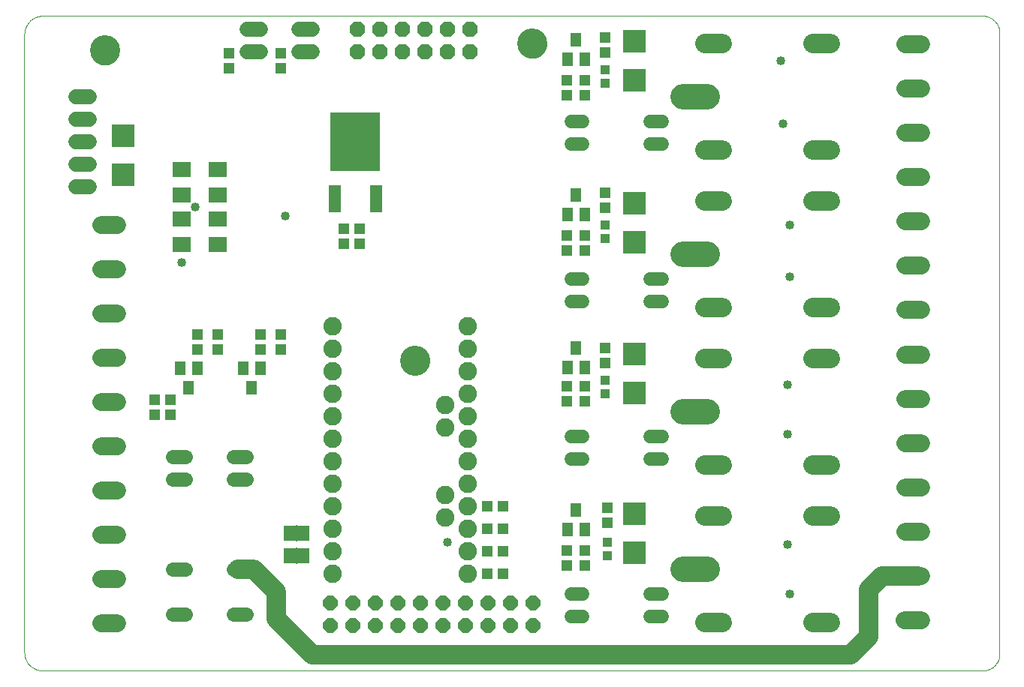
<source format=gts>
G75*
%MOIN*%
%OFA0B0*%
%FSLAX25Y25*%
%IPPOS*%
%LPD*%
%AMOC8*
5,1,8,0,0,1.08239X$1,22.5*
%
%ADD10C,0.08600*%
%ADD11C,0.00000*%
%ADD12C,0.13398*%
%ADD13C,0.08200*%
%ADD14R,0.04737X0.05131*%
%ADD15C,0.11450*%
%ADD16R,0.05131X0.04737*%
%ADD17R,0.04737X0.06312*%
%ADD18R,0.22454X0.26391*%
%ADD19R,0.05721X0.12020*%
%ADD20C,0.06800*%
%ADD21C,0.07850*%
%ADD22C,0.06343*%
%ADD23C,0.06000*%
%ADD24R,0.10249X0.10249*%
%ADD25R,0.03950X0.03950*%
%ADD26R,0.05400X0.07100*%
%ADD27R,0.00600X0.07200*%
%ADD28OC8,0.06800*%
%ADD29OC8,0.06400*%
%ADD30R,0.07898X0.07099*%
%ADD31C,0.03981*%
D10*
X0096248Y0046500D02*
X0103248Y0046500D01*
X0113248Y0036500D01*
X0113248Y0024500D01*
X0129248Y0008500D01*
X0336248Y0008500D01*
X0337248Y0008500D02*
X0368248Y0008500D01*
X0376248Y0016500D01*
X0376248Y0037500D01*
X0382248Y0043500D01*
X0398248Y0043500D01*
X0359148Y0022900D02*
X0351348Y0022900D01*
X0311148Y0022900D02*
X0303348Y0022900D01*
X0303348Y0070100D02*
X0311148Y0070100D01*
X0311148Y0092900D02*
X0303348Y0092900D01*
X0351348Y0092900D02*
X0359148Y0092900D01*
X0359148Y0070100D02*
X0351348Y0070100D01*
X0351348Y0140100D02*
X0359148Y0140100D01*
X0359148Y0162900D02*
X0351348Y0162900D01*
X0311148Y0162900D02*
X0303348Y0162900D01*
X0303348Y0140100D02*
X0311148Y0140100D01*
X0311148Y0210100D02*
X0303348Y0210100D01*
X0303348Y0232900D02*
X0311148Y0232900D01*
X0351348Y0232900D02*
X0359148Y0232900D01*
X0359148Y0210100D02*
X0351348Y0210100D01*
X0351348Y0280100D02*
X0359148Y0280100D01*
X0311148Y0280100D02*
X0303348Y0280100D01*
D11*
X0426697Y0001500D02*
X0009374Y0001500D01*
X0009178Y0001502D01*
X0008981Y0001509D01*
X0008785Y0001521D01*
X0008590Y0001538D01*
X0008395Y0001559D01*
X0008200Y0001585D01*
X0008006Y0001616D01*
X0007813Y0001651D01*
X0007621Y0001691D01*
X0007429Y0001736D01*
X0007239Y0001785D01*
X0007050Y0001839D01*
X0006863Y0001898D01*
X0006677Y0001961D01*
X0006492Y0002028D01*
X0006310Y0002100D01*
X0006129Y0002176D01*
X0005950Y0002257D01*
X0005773Y0002342D01*
X0005598Y0002431D01*
X0005425Y0002524D01*
X0005254Y0002622D01*
X0005086Y0002723D01*
X0004921Y0002829D01*
X0004758Y0002938D01*
X0004598Y0003052D01*
X0004440Y0003169D01*
X0004286Y0003290D01*
X0004134Y0003415D01*
X0003985Y0003544D01*
X0003840Y0003676D01*
X0003698Y0003811D01*
X0003559Y0003950D01*
X0003424Y0004092D01*
X0003292Y0004237D01*
X0003163Y0004386D01*
X0003038Y0004538D01*
X0002917Y0004692D01*
X0002800Y0004850D01*
X0002686Y0005010D01*
X0002577Y0005173D01*
X0002471Y0005338D01*
X0002370Y0005506D01*
X0002272Y0005677D01*
X0002179Y0005850D01*
X0002090Y0006025D01*
X0002005Y0006202D01*
X0001924Y0006381D01*
X0001848Y0006562D01*
X0001776Y0006744D01*
X0001709Y0006929D01*
X0001646Y0007115D01*
X0001587Y0007302D01*
X0001533Y0007491D01*
X0001484Y0007681D01*
X0001439Y0007873D01*
X0001399Y0008065D01*
X0001364Y0008258D01*
X0001333Y0008452D01*
X0001307Y0008647D01*
X0001286Y0008842D01*
X0001269Y0009037D01*
X0001257Y0009233D01*
X0001250Y0009430D01*
X0001248Y0009626D01*
X0001248Y0284367D01*
X0001250Y0284567D01*
X0001258Y0284766D01*
X0001270Y0284965D01*
X0001287Y0285164D01*
X0001309Y0285363D01*
X0001336Y0285560D01*
X0001368Y0285757D01*
X0001404Y0285954D01*
X0001446Y0286149D01*
X0001492Y0286343D01*
X0001543Y0286536D01*
X0001598Y0286728D01*
X0001658Y0286918D01*
X0001723Y0287107D01*
X0001793Y0287294D01*
X0001867Y0287479D01*
X0001946Y0287663D01*
X0002029Y0287844D01*
X0002116Y0288024D01*
X0002208Y0288201D01*
X0002305Y0288376D01*
X0002405Y0288548D01*
X0002510Y0288718D01*
X0002619Y0288885D01*
X0002732Y0289050D01*
X0002849Y0289212D01*
X0002969Y0289371D01*
X0003094Y0289527D01*
X0003223Y0289679D01*
X0003355Y0289829D01*
X0003491Y0289975D01*
X0003630Y0290118D01*
X0003773Y0290257D01*
X0003919Y0290393D01*
X0004069Y0290525D01*
X0004221Y0290654D01*
X0004377Y0290779D01*
X0004536Y0290899D01*
X0004698Y0291016D01*
X0004863Y0291129D01*
X0005030Y0291238D01*
X0005200Y0291343D01*
X0005372Y0291443D01*
X0005547Y0291540D01*
X0005724Y0291632D01*
X0005904Y0291719D01*
X0006085Y0291802D01*
X0006269Y0291881D01*
X0006454Y0291955D01*
X0006641Y0292025D01*
X0006830Y0292090D01*
X0007020Y0292150D01*
X0007212Y0292205D01*
X0007405Y0292256D01*
X0007599Y0292302D01*
X0007794Y0292344D01*
X0007991Y0292380D01*
X0008188Y0292412D01*
X0008385Y0292439D01*
X0008584Y0292461D01*
X0008783Y0292478D01*
X0008982Y0292490D01*
X0009181Y0292498D01*
X0009381Y0292500D01*
X0426689Y0292500D01*
X0426872Y0292498D01*
X0427054Y0292491D01*
X0427237Y0292480D01*
X0427419Y0292465D01*
X0427600Y0292445D01*
X0427781Y0292421D01*
X0427962Y0292392D01*
X0428141Y0292359D01*
X0428320Y0292322D01*
X0428498Y0292280D01*
X0428675Y0292234D01*
X0428850Y0292184D01*
X0429025Y0292130D01*
X0429198Y0292071D01*
X0429369Y0292009D01*
X0429539Y0291942D01*
X0429708Y0291871D01*
X0429874Y0291796D01*
X0430039Y0291717D01*
X0430202Y0291634D01*
X0430363Y0291547D01*
X0430521Y0291457D01*
X0430677Y0291362D01*
X0430831Y0291264D01*
X0430983Y0291162D01*
X0431132Y0291056D01*
X0431279Y0290947D01*
X0431422Y0290835D01*
X0431563Y0290718D01*
X0431702Y0290599D01*
X0431837Y0290476D01*
X0431969Y0290350D01*
X0432098Y0290221D01*
X0432224Y0290089D01*
X0432347Y0289954D01*
X0432466Y0289815D01*
X0432583Y0289674D01*
X0432695Y0289531D01*
X0432804Y0289384D01*
X0432910Y0289235D01*
X0433012Y0289083D01*
X0433110Y0288929D01*
X0433205Y0288773D01*
X0433295Y0288615D01*
X0433382Y0288454D01*
X0433465Y0288291D01*
X0433544Y0288126D01*
X0433619Y0287960D01*
X0433690Y0287791D01*
X0433757Y0287621D01*
X0433819Y0287450D01*
X0433878Y0287277D01*
X0433932Y0287102D01*
X0433982Y0286927D01*
X0434028Y0286750D01*
X0434070Y0286572D01*
X0434107Y0286393D01*
X0434140Y0286214D01*
X0434169Y0286033D01*
X0434193Y0285852D01*
X0434213Y0285671D01*
X0434228Y0285489D01*
X0434239Y0285306D01*
X0434246Y0285124D01*
X0434248Y0284941D01*
X0434248Y0009051D01*
X0434246Y0008869D01*
X0434239Y0008686D01*
X0434228Y0008504D01*
X0434213Y0008322D01*
X0434193Y0008141D01*
X0434169Y0007960D01*
X0434140Y0007780D01*
X0434107Y0007600D01*
X0434070Y0007422D01*
X0434029Y0007244D01*
X0433983Y0007067D01*
X0433933Y0006892D01*
X0433878Y0006718D01*
X0433820Y0006545D01*
X0433757Y0006373D01*
X0433691Y0006204D01*
X0433620Y0006035D01*
X0433545Y0005869D01*
X0433466Y0005704D01*
X0433383Y0005542D01*
X0433296Y0005381D01*
X0433206Y0005223D01*
X0433111Y0005067D01*
X0433013Y0004913D01*
X0432911Y0004762D01*
X0432806Y0004613D01*
X0432697Y0004466D01*
X0432584Y0004323D01*
X0432468Y0004182D01*
X0432349Y0004044D01*
X0432226Y0003909D01*
X0432100Y0003777D01*
X0431971Y0003648D01*
X0431839Y0003522D01*
X0431704Y0003399D01*
X0431566Y0003280D01*
X0431425Y0003164D01*
X0431282Y0003051D01*
X0431135Y0002942D01*
X0430986Y0002837D01*
X0430835Y0002735D01*
X0430681Y0002637D01*
X0430525Y0002542D01*
X0430367Y0002452D01*
X0430206Y0002365D01*
X0430044Y0002282D01*
X0429879Y0002203D01*
X0429713Y0002128D01*
X0429544Y0002057D01*
X0429375Y0001991D01*
X0429203Y0001928D01*
X0429030Y0001870D01*
X0428856Y0001815D01*
X0428681Y0001765D01*
X0428504Y0001719D01*
X0428326Y0001678D01*
X0428148Y0001641D01*
X0427968Y0001608D01*
X0427788Y0001579D01*
X0427607Y0001555D01*
X0427426Y0001535D01*
X0427244Y0001520D01*
X0427062Y0001509D01*
X0426879Y0001502D01*
X0426697Y0001500D01*
X0168429Y0139295D02*
X0168431Y0139453D01*
X0168437Y0139611D01*
X0168447Y0139769D01*
X0168461Y0139927D01*
X0168479Y0140084D01*
X0168500Y0140241D01*
X0168526Y0140397D01*
X0168556Y0140553D01*
X0168589Y0140708D01*
X0168627Y0140861D01*
X0168668Y0141014D01*
X0168713Y0141166D01*
X0168762Y0141317D01*
X0168815Y0141466D01*
X0168871Y0141614D01*
X0168931Y0141760D01*
X0168995Y0141905D01*
X0169063Y0142048D01*
X0169134Y0142190D01*
X0169208Y0142330D01*
X0169286Y0142467D01*
X0169368Y0142603D01*
X0169452Y0142737D01*
X0169541Y0142868D01*
X0169632Y0142997D01*
X0169727Y0143124D01*
X0169824Y0143249D01*
X0169925Y0143371D01*
X0170029Y0143490D01*
X0170136Y0143607D01*
X0170246Y0143721D01*
X0170359Y0143832D01*
X0170474Y0143941D01*
X0170592Y0144046D01*
X0170713Y0144148D01*
X0170836Y0144248D01*
X0170962Y0144344D01*
X0171090Y0144437D01*
X0171220Y0144527D01*
X0171353Y0144613D01*
X0171488Y0144697D01*
X0171624Y0144776D01*
X0171763Y0144853D01*
X0171904Y0144925D01*
X0172046Y0144995D01*
X0172190Y0145060D01*
X0172336Y0145122D01*
X0172483Y0145180D01*
X0172632Y0145235D01*
X0172782Y0145286D01*
X0172933Y0145333D01*
X0173085Y0145376D01*
X0173238Y0145415D01*
X0173393Y0145451D01*
X0173548Y0145482D01*
X0173704Y0145510D01*
X0173860Y0145534D01*
X0174017Y0145554D01*
X0174175Y0145570D01*
X0174332Y0145582D01*
X0174491Y0145590D01*
X0174649Y0145594D01*
X0174807Y0145594D01*
X0174965Y0145590D01*
X0175124Y0145582D01*
X0175281Y0145570D01*
X0175439Y0145554D01*
X0175596Y0145534D01*
X0175752Y0145510D01*
X0175908Y0145482D01*
X0176063Y0145451D01*
X0176218Y0145415D01*
X0176371Y0145376D01*
X0176523Y0145333D01*
X0176674Y0145286D01*
X0176824Y0145235D01*
X0176973Y0145180D01*
X0177120Y0145122D01*
X0177266Y0145060D01*
X0177410Y0144995D01*
X0177552Y0144925D01*
X0177693Y0144853D01*
X0177832Y0144776D01*
X0177968Y0144697D01*
X0178103Y0144613D01*
X0178236Y0144527D01*
X0178366Y0144437D01*
X0178494Y0144344D01*
X0178620Y0144248D01*
X0178743Y0144148D01*
X0178864Y0144046D01*
X0178982Y0143941D01*
X0179097Y0143832D01*
X0179210Y0143721D01*
X0179320Y0143607D01*
X0179427Y0143490D01*
X0179531Y0143371D01*
X0179632Y0143249D01*
X0179729Y0143124D01*
X0179824Y0142997D01*
X0179915Y0142868D01*
X0180004Y0142737D01*
X0180088Y0142603D01*
X0180170Y0142467D01*
X0180248Y0142330D01*
X0180322Y0142190D01*
X0180393Y0142048D01*
X0180461Y0141905D01*
X0180525Y0141760D01*
X0180585Y0141614D01*
X0180641Y0141466D01*
X0180694Y0141317D01*
X0180743Y0141166D01*
X0180788Y0141014D01*
X0180829Y0140861D01*
X0180867Y0140708D01*
X0180900Y0140553D01*
X0180930Y0140397D01*
X0180956Y0140241D01*
X0180977Y0140084D01*
X0180995Y0139927D01*
X0181009Y0139769D01*
X0181019Y0139611D01*
X0181025Y0139453D01*
X0181027Y0139295D01*
X0181025Y0139137D01*
X0181019Y0138979D01*
X0181009Y0138821D01*
X0180995Y0138663D01*
X0180977Y0138506D01*
X0180956Y0138349D01*
X0180930Y0138193D01*
X0180900Y0138037D01*
X0180867Y0137882D01*
X0180829Y0137729D01*
X0180788Y0137576D01*
X0180743Y0137424D01*
X0180694Y0137273D01*
X0180641Y0137124D01*
X0180585Y0136976D01*
X0180525Y0136830D01*
X0180461Y0136685D01*
X0180393Y0136542D01*
X0180322Y0136400D01*
X0180248Y0136260D01*
X0180170Y0136123D01*
X0180088Y0135987D01*
X0180004Y0135853D01*
X0179915Y0135722D01*
X0179824Y0135593D01*
X0179729Y0135466D01*
X0179632Y0135341D01*
X0179531Y0135219D01*
X0179427Y0135100D01*
X0179320Y0134983D01*
X0179210Y0134869D01*
X0179097Y0134758D01*
X0178982Y0134649D01*
X0178864Y0134544D01*
X0178743Y0134442D01*
X0178620Y0134342D01*
X0178494Y0134246D01*
X0178366Y0134153D01*
X0178236Y0134063D01*
X0178103Y0133977D01*
X0177968Y0133893D01*
X0177832Y0133814D01*
X0177693Y0133737D01*
X0177552Y0133665D01*
X0177410Y0133595D01*
X0177266Y0133530D01*
X0177120Y0133468D01*
X0176973Y0133410D01*
X0176824Y0133355D01*
X0176674Y0133304D01*
X0176523Y0133257D01*
X0176371Y0133214D01*
X0176218Y0133175D01*
X0176063Y0133139D01*
X0175908Y0133108D01*
X0175752Y0133080D01*
X0175596Y0133056D01*
X0175439Y0133036D01*
X0175281Y0133020D01*
X0175124Y0133008D01*
X0174965Y0133000D01*
X0174807Y0132996D01*
X0174649Y0132996D01*
X0174491Y0133000D01*
X0174332Y0133008D01*
X0174175Y0133020D01*
X0174017Y0133036D01*
X0173860Y0133056D01*
X0173704Y0133080D01*
X0173548Y0133108D01*
X0173393Y0133139D01*
X0173238Y0133175D01*
X0173085Y0133214D01*
X0172933Y0133257D01*
X0172782Y0133304D01*
X0172632Y0133355D01*
X0172483Y0133410D01*
X0172336Y0133468D01*
X0172190Y0133530D01*
X0172046Y0133595D01*
X0171904Y0133665D01*
X0171763Y0133737D01*
X0171624Y0133814D01*
X0171488Y0133893D01*
X0171353Y0133977D01*
X0171220Y0134063D01*
X0171090Y0134153D01*
X0170962Y0134246D01*
X0170836Y0134342D01*
X0170713Y0134442D01*
X0170592Y0134544D01*
X0170474Y0134649D01*
X0170359Y0134758D01*
X0170246Y0134869D01*
X0170136Y0134983D01*
X0170029Y0135100D01*
X0169925Y0135219D01*
X0169824Y0135341D01*
X0169727Y0135466D01*
X0169632Y0135593D01*
X0169541Y0135722D01*
X0169452Y0135853D01*
X0169368Y0135987D01*
X0169286Y0136123D01*
X0169208Y0136260D01*
X0169134Y0136400D01*
X0169063Y0136542D01*
X0168995Y0136685D01*
X0168931Y0136830D01*
X0168871Y0136976D01*
X0168815Y0137124D01*
X0168762Y0137273D01*
X0168713Y0137424D01*
X0168668Y0137576D01*
X0168627Y0137729D01*
X0168589Y0137882D01*
X0168556Y0138037D01*
X0168526Y0138193D01*
X0168500Y0138349D01*
X0168479Y0138506D01*
X0168461Y0138663D01*
X0168447Y0138821D01*
X0168437Y0138979D01*
X0168431Y0139137D01*
X0168429Y0139295D01*
X0030634Y0277091D02*
X0030636Y0277249D01*
X0030642Y0277407D01*
X0030652Y0277565D01*
X0030666Y0277723D01*
X0030684Y0277880D01*
X0030705Y0278037D01*
X0030731Y0278193D01*
X0030761Y0278349D01*
X0030794Y0278504D01*
X0030832Y0278657D01*
X0030873Y0278810D01*
X0030918Y0278962D01*
X0030967Y0279113D01*
X0031020Y0279262D01*
X0031076Y0279410D01*
X0031136Y0279556D01*
X0031200Y0279701D01*
X0031268Y0279844D01*
X0031339Y0279986D01*
X0031413Y0280126D01*
X0031491Y0280263D01*
X0031573Y0280399D01*
X0031657Y0280533D01*
X0031746Y0280664D01*
X0031837Y0280793D01*
X0031932Y0280920D01*
X0032029Y0281045D01*
X0032130Y0281167D01*
X0032234Y0281286D01*
X0032341Y0281403D01*
X0032451Y0281517D01*
X0032564Y0281628D01*
X0032679Y0281737D01*
X0032797Y0281842D01*
X0032918Y0281944D01*
X0033041Y0282044D01*
X0033167Y0282140D01*
X0033295Y0282233D01*
X0033425Y0282323D01*
X0033558Y0282409D01*
X0033693Y0282493D01*
X0033829Y0282572D01*
X0033968Y0282649D01*
X0034109Y0282721D01*
X0034251Y0282791D01*
X0034395Y0282856D01*
X0034541Y0282918D01*
X0034688Y0282976D01*
X0034837Y0283031D01*
X0034987Y0283082D01*
X0035138Y0283129D01*
X0035290Y0283172D01*
X0035443Y0283211D01*
X0035598Y0283247D01*
X0035753Y0283278D01*
X0035909Y0283306D01*
X0036065Y0283330D01*
X0036222Y0283350D01*
X0036380Y0283366D01*
X0036537Y0283378D01*
X0036696Y0283386D01*
X0036854Y0283390D01*
X0037012Y0283390D01*
X0037170Y0283386D01*
X0037329Y0283378D01*
X0037486Y0283366D01*
X0037644Y0283350D01*
X0037801Y0283330D01*
X0037957Y0283306D01*
X0038113Y0283278D01*
X0038268Y0283247D01*
X0038423Y0283211D01*
X0038576Y0283172D01*
X0038728Y0283129D01*
X0038879Y0283082D01*
X0039029Y0283031D01*
X0039178Y0282976D01*
X0039325Y0282918D01*
X0039471Y0282856D01*
X0039615Y0282791D01*
X0039757Y0282721D01*
X0039898Y0282649D01*
X0040037Y0282572D01*
X0040173Y0282493D01*
X0040308Y0282409D01*
X0040441Y0282323D01*
X0040571Y0282233D01*
X0040699Y0282140D01*
X0040825Y0282044D01*
X0040948Y0281944D01*
X0041069Y0281842D01*
X0041187Y0281737D01*
X0041302Y0281628D01*
X0041415Y0281517D01*
X0041525Y0281403D01*
X0041632Y0281286D01*
X0041736Y0281167D01*
X0041837Y0281045D01*
X0041934Y0280920D01*
X0042029Y0280793D01*
X0042120Y0280664D01*
X0042209Y0280533D01*
X0042293Y0280399D01*
X0042375Y0280263D01*
X0042453Y0280126D01*
X0042527Y0279986D01*
X0042598Y0279844D01*
X0042666Y0279701D01*
X0042730Y0279556D01*
X0042790Y0279410D01*
X0042846Y0279262D01*
X0042899Y0279113D01*
X0042948Y0278962D01*
X0042993Y0278810D01*
X0043034Y0278657D01*
X0043072Y0278504D01*
X0043105Y0278349D01*
X0043135Y0278193D01*
X0043161Y0278037D01*
X0043182Y0277880D01*
X0043200Y0277723D01*
X0043214Y0277565D01*
X0043224Y0277407D01*
X0043230Y0277249D01*
X0043232Y0277091D01*
X0043230Y0276933D01*
X0043224Y0276775D01*
X0043214Y0276617D01*
X0043200Y0276459D01*
X0043182Y0276302D01*
X0043161Y0276145D01*
X0043135Y0275989D01*
X0043105Y0275833D01*
X0043072Y0275678D01*
X0043034Y0275525D01*
X0042993Y0275372D01*
X0042948Y0275220D01*
X0042899Y0275069D01*
X0042846Y0274920D01*
X0042790Y0274772D01*
X0042730Y0274626D01*
X0042666Y0274481D01*
X0042598Y0274338D01*
X0042527Y0274196D01*
X0042453Y0274056D01*
X0042375Y0273919D01*
X0042293Y0273783D01*
X0042209Y0273649D01*
X0042120Y0273518D01*
X0042029Y0273389D01*
X0041934Y0273262D01*
X0041837Y0273137D01*
X0041736Y0273015D01*
X0041632Y0272896D01*
X0041525Y0272779D01*
X0041415Y0272665D01*
X0041302Y0272554D01*
X0041187Y0272445D01*
X0041069Y0272340D01*
X0040948Y0272238D01*
X0040825Y0272138D01*
X0040699Y0272042D01*
X0040571Y0271949D01*
X0040441Y0271859D01*
X0040308Y0271773D01*
X0040173Y0271689D01*
X0040037Y0271610D01*
X0039898Y0271533D01*
X0039757Y0271461D01*
X0039615Y0271391D01*
X0039471Y0271326D01*
X0039325Y0271264D01*
X0039178Y0271206D01*
X0039029Y0271151D01*
X0038879Y0271100D01*
X0038728Y0271053D01*
X0038576Y0271010D01*
X0038423Y0270971D01*
X0038268Y0270935D01*
X0038113Y0270904D01*
X0037957Y0270876D01*
X0037801Y0270852D01*
X0037644Y0270832D01*
X0037486Y0270816D01*
X0037329Y0270804D01*
X0037170Y0270796D01*
X0037012Y0270792D01*
X0036854Y0270792D01*
X0036696Y0270796D01*
X0036537Y0270804D01*
X0036380Y0270816D01*
X0036222Y0270832D01*
X0036065Y0270852D01*
X0035909Y0270876D01*
X0035753Y0270904D01*
X0035598Y0270935D01*
X0035443Y0270971D01*
X0035290Y0271010D01*
X0035138Y0271053D01*
X0034987Y0271100D01*
X0034837Y0271151D01*
X0034688Y0271206D01*
X0034541Y0271264D01*
X0034395Y0271326D01*
X0034251Y0271391D01*
X0034109Y0271461D01*
X0033968Y0271533D01*
X0033829Y0271610D01*
X0033693Y0271689D01*
X0033558Y0271773D01*
X0033425Y0271859D01*
X0033295Y0271949D01*
X0033167Y0272042D01*
X0033041Y0272138D01*
X0032918Y0272238D01*
X0032797Y0272340D01*
X0032679Y0272445D01*
X0032564Y0272554D01*
X0032451Y0272665D01*
X0032341Y0272779D01*
X0032234Y0272896D01*
X0032130Y0273015D01*
X0032029Y0273137D01*
X0031932Y0273262D01*
X0031837Y0273389D01*
X0031746Y0273518D01*
X0031657Y0273649D01*
X0031573Y0273783D01*
X0031491Y0273919D01*
X0031413Y0274056D01*
X0031339Y0274196D01*
X0031268Y0274338D01*
X0031200Y0274481D01*
X0031136Y0274626D01*
X0031076Y0274772D01*
X0031020Y0274920D01*
X0030967Y0275069D01*
X0030918Y0275220D01*
X0030873Y0275372D01*
X0030832Y0275525D01*
X0030794Y0275678D01*
X0030761Y0275833D01*
X0030731Y0275989D01*
X0030705Y0276145D01*
X0030684Y0276302D01*
X0030666Y0276459D01*
X0030652Y0276617D01*
X0030642Y0276775D01*
X0030636Y0276933D01*
X0030634Y0277091D01*
X0220429Y0280091D02*
X0220431Y0280249D01*
X0220437Y0280407D01*
X0220447Y0280565D01*
X0220461Y0280723D01*
X0220479Y0280880D01*
X0220500Y0281037D01*
X0220526Y0281193D01*
X0220556Y0281349D01*
X0220589Y0281504D01*
X0220627Y0281657D01*
X0220668Y0281810D01*
X0220713Y0281962D01*
X0220762Y0282113D01*
X0220815Y0282262D01*
X0220871Y0282410D01*
X0220931Y0282556D01*
X0220995Y0282701D01*
X0221063Y0282844D01*
X0221134Y0282986D01*
X0221208Y0283126D01*
X0221286Y0283263D01*
X0221368Y0283399D01*
X0221452Y0283533D01*
X0221541Y0283664D01*
X0221632Y0283793D01*
X0221727Y0283920D01*
X0221824Y0284045D01*
X0221925Y0284167D01*
X0222029Y0284286D01*
X0222136Y0284403D01*
X0222246Y0284517D01*
X0222359Y0284628D01*
X0222474Y0284737D01*
X0222592Y0284842D01*
X0222713Y0284944D01*
X0222836Y0285044D01*
X0222962Y0285140D01*
X0223090Y0285233D01*
X0223220Y0285323D01*
X0223353Y0285409D01*
X0223488Y0285493D01*
X0223624Y0285572D01*
X0223763Y0285649D01*
X0223904Y0285721D01*
X0224046Y0285791D01*
X0224190Y0285856D01*
X0224336Y0285918D01*
X0224483Y0285976D01*
X0224632Y0286031D01*
X0224782Y0286082D01*
X0224933Y0286129D01*
X0225085Y0286172D01*
X0225238Y0286211D01*
X0225393Y0286247D01*
X0225548Y0286278D01*
X0225704Y0286306D01*
X0225860Y0286330D01*
X0226017Y0286350D01*
X0226175Y0286366D01*
X0226332Y0286378D01*
X0226491Y0286386D01*
X0226649Y0286390D01*
X0226807Y0286390D01*
X0226965Y0286386D01*
X0227124Y0286378D01*
X0227281Y0286366D01*
X0227439Y0286350D01*
X0227596Y0286330D01*
X0227752Y0286306D01*
X0227908Y0286278D01*
X0228063Y0286247D01*
X0228218Y0286211D01*
X0228371Y0286172D01*
X0228523Y0286129D01*
X0228674Y0286082D01*
X0228824Y0286031D01*
X0228973Y0285976D01*
X0229120Y0285918D01*
X0229266Y0285856D01*
X0229410Y0285791D01*
X0229552Y0285721D01*
X0229693Y0285649D01*
X0229832Y0285572D01*
X0229968Y0285493D01*
X0230103Y0285409D01*
X0230236Y0285323D01*
X0230366Y0285233D01*
X0230494Y0285140D01*
X0230620Y0285044D01*
X0230743Y0284944D01*
X0230864Y0284842D01*
X0230982Y0284737D01*
X0231097Y0284628D01*
X0231210Y0284517D01*
X0231320Y0284403D01*
X0231427Y0284286D01*
X0231531Y0284167D01*
X0231632Y0284045D01*
X0231729Y0283920D01*
X0231824Y0283793D01*
X0231915Y0283664D01*
X0232004Y0283533D01*
X0232088Y0283399D01*
X0232170Y0283263D01*
X0232248Y0283126D01*
X0232322Y0282986D01*
X0232393Y0282844D01*
X0232461Y0282701D01*
X0232525Y0282556D01*
X0232585Y0282410D01*
X0232641Y0282262D01*
X0232694Y0282113D01*
X0232743Y0281962D01*
X0232788Y0281810D01*
X0232829Y0281657D01*
X0232867Y0281504D01*
X0232900Y0281349D01*
X0232930Y0281193D01*
X0232956Y0281037D01*
X0232977Y0280880D01*
X0232995Y0280723D01*
X0233009Y0280565D01*
X0233019Y0280407D01*
X0233025Y0280249D01*
X0233027Y0280091D01*
X0233025Y0279933D01*
X0233019Y0279775D01*
X0233009Y0279617D01*
X0232995Y0279459D01*
X0232977Y0279302D01*
X0232956Y0279145D01*
X0232930Y0278989D01*
X0232900Y0278833D01*
X0232867Y0278678D01*
X0232829Y0278525D01*
X0232788Y0278372D01*
X0232743Y0278220D01*
X0232694Y0278069D01*
X0232641Y0277920D01*
X0232585Y0277772D01*
X0232525Y0277626D01*
X0232461Y0277481D01*
X0232393Y0277338D01*
X0232322Y0277196D01*
X0232248Y0277056D01*
X0232170Y0276919D01*
X0232088Y0276783D01*
X0232004Y0276649D01*
X0231915Y0276518D01*
X0231824Y0276389D01*
X0231729Y0276262D01*
X0231632Y0276137D01*
X0231531Y0276015D01*
X0231427Y0275896D01*
X0231320Y0275779D01*
X0231210Y0275665D01*
X0231097Y0275554D01*
X0230982Y0275445D01*
X0230864Y0275340D01*
X0230743Y0275238D01*
X0230620Y0275138D01*
X0230494Y0275042D01*
X0230366Y0274949D01*
X0230236Y0274859D01*
X0230103Y0274773D01*
X0229968Y0274689D01*
X0229832Y0274610D01*
X0229693Y0274533D01*
X0229552Y0274461D01*
X0229410Y0274391D01*
X0229266Y0274326D01*
X0229120Y0274264D01*
X0228973Y0274206D01*
X0228824Y0274151D01*
X0228674Y0274100D01*
X0228523Y0274053D01*
X0228371Y0274010D01*
X0228218Y0273971D01*
X0228063Y0273935D01*
X0227908Y0273904D01*
X0227752Y0273876D01*
X0227596Y0273852D01*
X0227439Y0273832D01*
X0227281Y0273816D01*
X0227124Y0273804D01*
X0226965Y0273796D01*
X0226807Y0273792D01*
X0226649Y0273792D01*
X0226491Y0273796D01*
X0226332Y0273804D01*
X0226175Y0273816D01*
X0226017Y0273832D01*
X0225860Y0273852D01*
X0225704Y0273876D01*
X0225548Y0273904D01*
X0225393Y0273935D01*
X0225238Y0273971D01*
X0225085Y0274010D01*
X0224933Y0274053D01*
X0224782Y0274100D01*
X0224632Y0274151D01*
X0224483Y0274206D01*
X0224336Y0274264D01*
X0224190Y0274326D01*
X0224046Y0274391D01*
X0223904Y0274461D01*
X0223763Y0274533D01*
X0223624Y0274610D01*
X0223488Y0274689D01*
X0223353Y0274773D01*
X0223220Y0274859D01*
X0223090Y0274949D01*
X0222962Y0275042D01*
X0222836Y0275138D01*
X0222713Y0275238D01*
X0222592Y0275340D01*
X0222474Y0275445D01*
X0222359Y0275554D01*
X0222246Y0275665D01*
X0222136Y0275779D01*
X0222029Y0275896D01*
X0221925Y0276015D01*
X0221824Y0276137D01*
X0221727Y0276262D01*
X0221632Y0276389D01*
X0221541Y0276518D01*
X0221452Y0276649D01*
X0221368Y0276783D01*
X0221286Y0276919D01*
X0221208Y0277056D01*
X0221134Y0277196D01*
X0221063Y0277338D01*
X0220995Y0277481D01*
X0220931Y0277626D01*
X0220871Y0277772D01*
X0220815Y0277920D01*
X0220762Y0278069D01*
X0220713Y0278220D01*
X0220668Y0278372D01*
X0220627Y0278525D01*
X0220589Y0278678D01*
X0220556Y0278833D01*
X0220526Y0278989D01*
X0220500Y0279145D01*
X0220479Y0279302D01*
X0220461Y0279459D01*
X0220447Y0279617D01*
X0220437Y0279775D01*
X0220431Y0279933D01*
X0220429Y0280091D01*
D12*
X0226728Y0280091D03*
X0036933Y0277091D03*
X0174728Y0139295D03*
D13*
X0198248Y0134500D03*
X0198248Y0124500D03*
X0188248Y0119500D03*
X0198248Y0114500D03*
X0188248Y0109500D03*
X0198248Y0104500D03*
X0198248Y0094500D03*
X0198248Y0084500D03*
X0188248Y0079500D03*
X0198248Y0074500D03*
X0188248Y0069500D03*
X0198248Y0064500D03*
X0198248Y0054500D03*
X0198248Y0044500D03*
X0138248Y0044500D03*
X0138248Y0054500D03*
X0138248Y0064500D03*
X0138248Y0074500D03*
X0138248Y0084500D03*
X0138248Y0094500D03*
X0138248Y0104500D03*
X0138248Y0114500D03*
X0138248Y0124500D03*
X0138248Y0134500D03*
X0138248Y0144500D03*
X0138248Y0154500D03*
X0198248Y0154500D03*
X0198248Y0144500D03*
D14*
X0150248Y0191154D03*
X0150248Y0197846D03*
X0143248Y0197846D03*
X0143248Y0191154D03*
X0206902Y0074500D03*
X0213594Y0074500D03*
X0213594Y0064500D03*
X0206902Y0064500D03*
X0206902Y0054500D03*
X0213594Y0054500D03*
X0213594Y0044500D03*
X0206902Y0044500D03*
D15*
X0293623Y0046500D02*
X0304273Y0046500D01*
X0304273Y0116500D02*
X0293623Y0116500D01*
X0293623Y0186500D02*
X0304273Y0186500D01*
X0304273Y0256500D02*
X0293623Y0256500D01*
D16*
X0259248Y0276154D03*
X0259248Y0282846D03*
X0250248Y0263846D03*
X0250248Y0257154D03*
X0242248Y0257154D03*
X0242248Y0263846D03*
X0259248Y0213846D03*
X0259248Y0207154D03*
X0250248Y0194846D03*
X0250248Y0188154D03*
X0242248Y0188154D03*
X0242248Y0194846D03*
X0259248Y0144846D03*
X0259248Y0138154D03*
X0250248Y0127846D03*
X0250248Y0121154D03*
X0242248Y0121154D03*
X0242248Y0127846D03*
X0260248Y0073846D03*
X0260248Y0067154D03*
X0250248Y0054846D03*
X0250248Y0048154D03*
X0242248Y0048154D03*
X0242248Y0054846D03*
X0115248Y0144354D03*
X0115248Y0151046D03*
X0105948Y0151046D03*
X0105948Y0144354D03*
X0087248Y0144354D03*
X0087248Y0151046D03*
X0077948Y0151046D03*
X0077948Y0144354D03*
X0066248Y0121846D03*
X0066248Y0115154D03*
X0059248Y0115154D03*
X0059248Y0121846D03*
X0092248Y0269154D03*
X0092248Y0275846D03*
X0115248Y0275846D03*
X0115248Y0269154D03*
D17*
X0242508Y0273169D03*
X0249988Y0273169D03*
X0246248Y0281831D03*
X0246248Y0212831D03*
X0242508Y0204169D03*
X0249988Y0204169D03*
X0246248Y0144831D03*
X0242508Y0136169D03*
X0249988Y0136169D03*
X0246248Y0072831D03*
X0242508Y0064169D03*
X0249988Y0064169D03*
X0105988Y0135831D03*
X0098508Y0135831D03*
X0102248Y0127169D03*
X0077988Y0135831D03*
X0070508Y0135831D03*
X0074248Y0127169D03*
D18*
X0148248Y0236500D03*
D19*
X0139035Y0211303D03*
X0157461Y0211303D03*
D20*
X0129248Y0276500D02*
X0123248Y0276500D01*
X0123248Y0286500D02*
X0129248Y0286500D01*
X0106248Y0286500D02*
X0100248Y0286500D01*
X0100248Y0276500D02*
X0106248Y0276500D01*
X0030248Y0256500D02*
X0024248Y0256500D01*
X0024248Y0246500D02*
X0030248Y0246500D01*
X0030248Y0236500D02*
X0024248Y0236500D01*
X0024248Y0226500D02*
X0030248Y0226500D01*
X0030248Y0216500D02*
X0024248Y0216500D01*
D21*
X0035353Y0199665D02*
X0042403Y0199665D01*
X0042403Y0179980D02*
X0035353Y0179980D01*
X0035432Y0160295D02*
X0042482Y0160295D01*
X0042482Y0140610D02*
X0035432Y0140610D01*
X0035432Y0120925D02*
X0042482Y0120925D01*
X0042482Y0101240D02*
X0035432Y0101240D01*
X0035432Y0081555D02*
X0042482Y0081555D01*
X0042482Y0061870D02*
X0035432Y0061870D01*
X0035353Y0042185D02*
X0042403Y0042185D01*
X0042403Y0022500D02*
X0035353Y0022500D01*
X0392211Y0023941D02*
X0399261Y0023941D01*
X0399261Y0043626D02*
X0392211Y0043626D01*
X0392290Y0063311D02*
X0399340Y0063311D01*
X0399340Y0082996D02*
X0392290Y0082996D01*
X0392290Y0102681D02*
X0399340Y0102681D01*
X0399340Y0122366D02*
X0392290Y0122366D01*
X0392290Y0142051D02*
X0399340Y0142051D01*
X0399340Y0161736D02*
X0392290Y0161736D01*
X0392290Y0181421D02*
X0399340Y0181421D01*
X0399340Y0201106D02*
X0392290Y0201106D01*
X0392290Y0220791D02*
X0399340Y0220791D01*
X0399340Y0240476D02*
X0392290Y0240476D01*
X0392290Y0260161D02*
X0399340Y0260161D01*
X0399340Y0279846D02*
X0392290Y0279846D01*
D22*
X0099720Y0096700D02*
X0094176Y0096700D01*
X0094176Y0086700D02*
X0099720Y0086700D01*
X0072720Y0086700D02*
X0067176Y0086700D01*
X0067176Y0096700D02*
X0072720Y0096700D01*
X0072720Y0046700D02*
X0067176Y0046700D01*
X0094176Y0046700D02*
X0099720Y0046700D01*
X0099720Y0026700D02*
X0094176Y0026700D01*
X0072720Y0026700D02*
X0067176Y0026700D01*
D23*
X0244048Y0025500D02*
X0249248Y0025500D01*
X0249248Y0035500D02*
X0244048Y0035500D01*
X0279248Y0035500D02*
X0284448Y0035500D01*
X0284448Y0025500D02*
X0279248Y0025500D01*
X0279248Y0095500D02*
X0284448Y0095500D01*
X0284448Y0105500D02*
X0279248Y0105500D01*
X0249248Y0105500D02*
X0244048Y0105500D01*
X0244048Y0095500D02*
X0249248Y0095500D01*
X0249248Y0165500D02*
X0244048Y0165500D01*
X0244048Y0175500D02*
X0249248Y0175500D01*
X0279248Y0175500D02*
X0284448Y0175500D01*
X0284448Y0165500D02*
X0279248Y0165500D01*
X0279248Y0235500D02*
X0284448Y0235500D01*
X0284448Y0245500D02*
X0279248Y0245500D01*
X0249248Y0245500D02*
X0244048Y0245500D01*
X0244048Y0235500D02*
X0249248Y0235500D01*
D24*
X0272248Y0209161D03*
X0272248Y0191839D03*
X0272248Y0142161D03*
X0272248Y0124839D03*
X0272248Y0071161D03*
X0272248Y0053839D03*
X0045248Y0221839D03*
X0045248Y0239161D03*
X0272248Y0263839D03*
X0272248Y0281161D03*
D25*
X0259248Y0268453D03*
X0259248Y0262547D03*
X0259248Y0199453D03*
X0259248Y0193547D03*
X0259248Y0130453D03*
X0259248Y0124547D03*
X0260248Y0058453D03*
X0260248Y0052547D03*
D26*
X0125248Y0052500D03*
X0119248Y0052500D03*
X0119248Y0062500D03*
X0125248Y0062500D03*
D27*
X0122248Y0062500D03*
X0122248Y0052500D03*
D28*
X0149248Y0276500D03*
X0159248Y0276500D03*
X0169248Y0276500D03*
X0179248Y0276500D03*
X0189248Y0276500D03*
X0199248Y0276500D03*
X0199248Y0286500D03*
X0189248Y0286500D03*
X0179248Y0286500D03*
X0169248Y0286500D03*
X0159248Y0286500D03*
X0149248Y0286500D03*
D29*
X0147248Y0031500D03*
X0137248Y0031500D03*
X0137248Y0021500D03*
X0147248Y0021500D03*
X0157248Y0021500D03*
X0167248Y0021500D03*
X0177248Y0021500D03*
X0187248Y0021500D03*
X0187248Y0031500D03*
X0177248Y0031500D03*
X0167248Y0031500D03*
X0157248Y0031500D03*
X0197248Y0031500D03*
X0207248Y0031500D03*
X0217248Y0031500D03*
X0217248Y0021500D03*
X0207248Y0021500D03*
X0197248Y0021500D03*
X0227248Y0021500D03*
X0227248Y0031500D03*
D30*
X0087248Y0190902D03*
X0087248Y0202098D03*
X0087248Y0212902D03*
X0087248Y0224098D03*
X0071248Y0224098D03*
X0071248Y0212902D03*
X0071248Y0202098D03*
X0071248Y0190902D03*
D31*
X0071248Y0183000D03*
X0077248Y0207500D03*
X0117248Y0203500D03*
X0141248Y0228500D03*
X0148248Y0228500D03*
X0154248Y0228500D03*
X0154248Y0236500D03*
X0148248Y0236500D03*
X0141248Y0236500D03*
X0141248Y0244500D03*
X0148248Y0244500D03*
X0154248Y0244500D03*
X0338248Y0244500D03*
X0337248Y0272500D03*
X0341248Y0199500D03*
X0341248Y0176500D03*
X0340248Y0128500D03*
X0340248Y0106500D03*
X0340248Y0057500D03*
X0341248Y0035500D03*
X0189248Y0058500D03*
M02*

</source>
